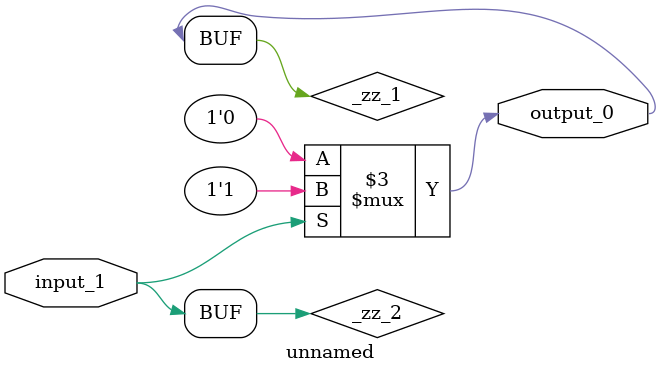
<source format=v>



module unnamed (
  input      [0:0]    input_1,
  output     [0:0]    output_0
);
  reg        [0:0]    _zz_1;
  wire       [0:0]    _zz_2;

  assign _zz_2 = input_1[0];
  always @(*) begin
    case(_zz_2)
      1'b0 : begin
        _zz_1 = 1'b0;
      end
      default : begin
        _zz_1 = 1'b1;
      end
    endcase
  end

  assign output_0 = _zz_1;

endmodule

</source>
